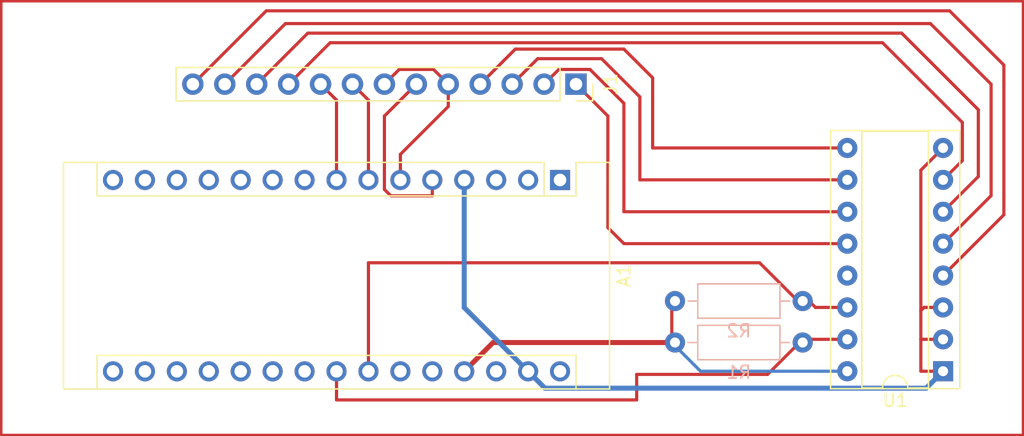
<source format=kicad_pcb>
(kicad_pcb (version 20211014) (generator pcbnew)
  (layers (0 "F.Cu" signal) (31 "B.Cu" signal) (34 "B.Paste" user) (35 "F.Paste" user) (36 "B.SilkS" user "B.Silkscreen") (37 "F.SilkS" user "F.Silkscreen") (38 "B.Mask" user) (39 "F.Mask" user) (44 "Edge.Cuts" user))
  (net 0 "")
  (net 4 "Net-(A1-Pad5)")
  (net 5 "Net-(A1-Pad6)")
  (net 6 "Net-(A1-Pad7)")
  (net 7 "Net-(A1-Pad8)")
  (net 22 "Net-(A1-Pad23)")
  (net 23 "Net-(A1-Pad24)")
  (net 28 "GND")
  (net 30 "VCC")
  (net 31 "Net-(J1-Pad13)")
  (net 32 "Net-(J1-Pad12)")
  (net 33 "Net-(J1-Pad11)")
  (net 34 "Net-(J1-Pad10)")
  (net 35 "Net-(J1-Pad4)")
  (net 36 "Net-(J1-Pad3)")
  (net 37 "Net-(J1-Pad2)")
  (net 38 "Net-(J1-Pad1)")
  (footprint "Module:Arduino_Nano_WithMountingHoles" (layer "F.Cu") (at 138.43 99.07 -90)
    (fp_text reference "A1" (at 7.62 -5.08 90) (layer "F.SilkS"))
    (fp_text value "Arduino_Nano_v2.x")
    (fp_line (start 13.97 -1.27) (end 13.97 36.83) (layer "F.SilkS") (width 0.12))
    (fp_line (start 1.27 36.83) (end -1.4 36.83) (layer "F.SilkS") (width 0.12))
    (fp_line (start 1.27 -1.27) (end -1.4 -1.27) (layer "F.SilkS") (width 0.12))
    (fp_line (start 16.64 39.5) (end 16.64 -3.94) (layer "F.SilkS") (width 0.12))
    (fp_line (start 13.97 -1.27) (end 16.64 -1.27) (layer "F.SilkS") (width 0.12))
    (fp_line (start 1.27 1.27) (end 1.27 36.83) (layer "F.SilkS") (width 0.12))
    (fp_line (start -1.4 -3.94) (end -1.4 -1.27) (layer "F.SilkS") (width 0.12))
    (fp_line (start 13.97 36.83) (end 16.64 36.83) (layer "F.SilkS") (width 0.12))
    (fp_line (start 1.27 1.27) (end -1.4 1.27) (layer "F.SilkS") (width 0.12))
    (fp_line (start -1.4 39.5) (end 16.64 39.5) (layer "F.SilkS") (width 0.12))
    (fp_line (start 16.64 -3.94) (end -1.4 -3.94) (layer "F.SilkS") (width 0.12))
    (fp_line (start 1.27 1.27) (end 1.27 -1.27) (layer "F.SilkS") (width 0.12))
    (fp_line (start -1.4 1.27) (end -1.4 39.5) (layer "F.SilkS") (width 0.12))
    (pad "" np_thru_hole circle (at 15.24 38.1 270) (size 1.78 1.78) (drill 1.78) (layers *.Cu *.Mask))
    (pad "" np_thru_hole circle (at 0 38.1 270) (size 1.78 1.78) (drill 1.78) (layers *.Cu *.Mask))
    (pad "" np_thru_hole circle (at 15.24 -2.54 270) (size 1.78 1.78) (drill 1.78) (layers *.Cu *.Mask))
    (pad "" np_thru_hole circle (at 0 -2.54 270) (size 1.78 1.78) (drill 1.78) (layers *.Cu *.Mask))
    (pad "1" thru_hole rect (at 0 0 270) (size 1.6 1.6) (drill 1) (layers *.Cu *.Mask))
    (pad "2" thru_hole oval (at 0 2.54 270) (size 1.6 1.6) (drill 1) (layers *.Cu *.Mask))
    (pad "3" thru_hole oval (at 0 5.08 270) (size 1.6 1.6) (drill 1) (layers *.Cu *.Mask))
    (pad "4" thru_hole oval (at 0 7.62 270) (size 1.6 1.6) (drill 1) (layers *.Cu *.Mask) (net 28 "GND"))
    (pad "5" thru_hole oval (at 0 10.16 270) (size 1.6 1.6) (drill 1) (layers *.Cu *.Mask) (net 4 "Net-(A1-Pad5)"))
    (pad "6" thru_hole oval (at 0 12.7 270) (size 1.6 1.6) (drill 1) (layers *.Cu *.Mask) (net 5 "Net-(A1-Pad6)"))
    (pad "7" thru_hole oval (at 0 15.24 270) (size 1.6 1.6) (drill 1) (layers *.Cu *.Mask) (net 6 "Net-(A1-Pad7)"))
    (pad "8" thru_hole oval (at 0 17.78 270) (size 1.6 1.6) (drill 1) (layers *.Cu *.Mask) (net 7 "Net-(A1-Pad8)"))
    (pad "9" thru_hole oval (at 0 20.32 270) (size 1.6 1.6) (drill 1) (layers *.Cu *.Mask))
    (pad "10" thru_hole oval (at 0 22.86 270) (size 1.6 1.6) (drill 1) (layers *.Cu *.Mask))
    (pad "11" thru_hole oval (at 0 25.4 270) (size 1.6 1.6) (drill 1) (layers *.Cu *.Mask))
    (pad "12" thru_hole oval (at 0 27.94 270) (size 1.6 1.6) (drill 1) (layers *.Cu *.Mask))
    (pad "13" thru_hole oval (at 0 30.48 270) (size 1.6 1.6) (drill 1) (layers *.Cu *.Mask))
    (pad "14" thru_hole oval (at 0 33.02 270) (size 1.6 1.6) (drill 1) (layers *.Cu *.Mask))
    (pad "15" thru_hole oval (at 0 35.56 270) (size 1.6 1.6) (drill 1) (layers *.Cu *.Mask))
    (pad "16" thru_hole oval (at 15.24 35.56 270) (size 1.6 1.6) (drill 1) (layers *.Cu *.Mask))
    (pad "17" thru_hole oval (at 15.24 33.02 270) (size 1.6 1.6) (drill 1) (layers *.Cu *.Mask))
    (pad "18" thru_hole oval (at 15.24 30.48 270) (size 1.6 1.6) (drill 1) (layers *.Cu *.Mask))
    (pad "19" thru_hole oval (at 15.24 27.94 270) (size 1.6 1.6) (drill 1) (layers *.Cu *.Mask))
    (pad "20" thru_hole oval (at 15.24 25.4 270) (size 1.6 1.6) (drill 1) (layers *.Cu *.Mask))
    (pad "21" thru_hole oval (at 15.24 22.86 270) (size 1.6 1.6) (drill 1) (layers *.Cu *.Mask))
    (pad "22" thru_hole oval (at 15.24 20.32 270) (size 1.6 1.6) (drill 1) (layers *.Cu *.Mask))
    (pad "23" thru_hole oval (at 15.24 17.78 270) (size 1.6 1.6) (drill 1) (layers *.Cu *.Mask) (net 22 "Net-(A1-Pad23)"))
    (pad "24" thru_hole oval (at 15.24 15.24 270) (size 1.6 1.6) (drill 1) (layers *.Cu *.Mask) (net 23 "Net-(A1-Pad24)"))
    (pad "25" thru_hole oval (at 15.24 12.7 270) (size 1.6 1.6) (drill 1) (layers *.Cu *.Mask))
    (pad "26" thru_hole oval (at 15.24 10.16 270) (size 1.6 1.6) (drill 1) (layers *.Cu *.Mask))
    (pad "27" thru_hole oval (at 15.24 7.62 270) (size 1.6 1.6) (drill 1) (layers *.Cu *.Mask) (net 30 "VCC"))
    (pad "28" thru_hole oval (at 15.24 5.08 270) (size 1.6 1.6) (drill 1) (layers *.Cu *.Mask))
    (pad "29" thru_hole oval (at 15.24 2.54 270) (size 1.6 1.6) (drill 1) (layers *.Cu *.Mask) (net 28 "GND"))
    (pad "30" thru_hole oval (at 15.24 0 270) (size 1.6 1.6) (drill 1) (layers *.Cu *.Mask))
  )
  (footprint "Package_DIP:DIP-16_W7.62mm_Socket" (layer "F.Cu") (at 168.9 114.3 180)
    (fp_text reference "U1" (at 3.81 -2.33) (layer "F.SilkS"))
    (fp_text value "PCF8574A")
    (fp_line (start 6.46 -1.33) (end 4.81 -1.33) (layer "F.SilkS") (width 0.12))
    (fp_line (start 8.95 19.17) (end 8.95 -1.39) (layer "F.SilkS") (width 0.12))
    (fp_line (start 1.16 -1.33) (end 1.16 19.11) (layer "F.SilkS") (width 0.12))
    (fp_line (start 2.81 -1.33) (end 1.16 -1.33) (layer "F.SilkS") (width 0.12))
    (fp_line (start 1.16 19.11) (end 6.46 19.11) (layer "F.SilkS") (width 0.12))
    (fp_line (start -1.33 -1.39) (end -1.33 19.17) (layer "F.SilkS") (width 0.12))
    (fp_line (start 8.95 -1.39) (end -1.33 -1.39) (layer "F.SilkS") (width 0.12))
    (fp_line (start -1.33 19.17) (end 8.95 19.17) (layer "F.SilkS") (width 0.12))
    (fp_line (start 6.46 19.11) (end 6.46 -1.33) (layer "F.SilkS") (width 0.12))
    (fp_arc (start 4.81 -1.33) (mid 3.81 -0.33) (end 2.81 -1.33) (layer "F.SilkS") (width 0.12))
    (pad "1" thru_hole rect (at 0 0 180) (size 1.6 1.6) (drill 0.8) (layers *.Cu *.Mask) (net 28 "GND"))
    (pad "2" thru_hole oval (at 0 2.54 180) (size 1.6 1.6) (drill 0.8) (layers *.Cu *.Mask) (net 28 "GND"))
    (pad "3" thru_hole oval (at 0 5.08 180) (size 1.6 1.6) (drill 0.8) (layers *.Cu *.Mask) (net 28 "GND"))
    (pad "4" thru_hole oval (at 0 7.62 180) (size 1.6 1.6) (drill 0.8) (layers *.Cu *.Mask) (net 31 "Net-(J1-Pad13)"))
    (pad "5" thru_hole oval (at 0 10.16 180) (size 1.6 1.6) (drill 0.8) (layers *.Cu *.Mask) (net 32 "Net-(J1-Pad12)"))
    (pad "6" thru_hole oval (at 0 12.7 180) (size 1.6 1.6) (drill 0.8) (layers *.Cu *.Mask) (net 33 "Net-(J1-Pad11)"))
    (pad "7" thru_hole oval (at 0 15.24 180) (size 1.6 1.6) (drill 0.8) (layers *.Cu *.Mask) (net 34 "Net-(J1-Pad10)"))
    (pad "8" thru_hole oval (at 0 17.78 180) (size 1.6 1.6) (drill 0.8) (layers *.Cu *.Mask) (net 28 "GND"))
    (pad "9" thru_hole oval (at 7.62 17.78 180) (size 1.6 1.6) (drill 0.8) (layers *.Cu *.Mask) (net 35 "Net-(J1-Pad4)"))
    (pad "10" thru_hole oval (at 7.62 15.24 180) (size 1.6 1.6) (drill 0.8) (layers *.Cu *.Mask) (net 36 "Net-(J1-Pad3)"))
    (pad "11" thru_hole oval (at 7.62 12.7 180) (size 1.6 1.6) (drill 0.8) (layers *.Cu *.Mask) (net 37 "Net-(J1-Pad2)"))
    (pad "12" thru_hole oval (at 7.62 10.16 180) (size 1.6 1.6) (drill 0.8) (layers *.Cu *.Mask) (net 38 "Net-(J1-Pad1)"))
    (pad "13" thru_hole oval (at 7.62 7.62 180) (size 1.6 1.6) (drill 0.8) (layers *.Cu *.Mask))
    (pad "14" thru_hole oval (at 7.62 5.08 180) (size 1.6 1.6) (drill 0.8) (layers *.Cu *.Mask) (net 23 "Net-(A1-Pad24)"))
    (pad "15" thru_hole oval (at 7.62 2.54 180) (size 1.6 1.6) (drill 0.8) (layers *.Cu *.Mask) (net 22 "Net-(A1-Pad23)"))
    (pad "16" thru_hole oval (at 7.62 0 180) (size 1.6 1.6) (drill 0.8) (layers *.Cu *.Mask) (net 30 "VCC"))
  )
  (footprint "Connector_PinSocket_2.54mm:PinSocket_1x13_P2.54mm_Vertical" (layer "F.Cu") (at 139.7 91.44 -90)
    (fp_text reference "J1" (at 0 -2.77 90) (layer "F.SilkS"))
    (fp_text value "Conn_01x13")
    (fp_line (start -1.33 31.81) (end 1.33 31.81) (layer "F.SilkS") (width 0.12))
    (fp_line (start 0 -1.33) (end 1.33 -1.33) (layer "F.SilkS") (width 0.12))
    (fp_line (start 1.33 1.27) (end 1.33 31.81) (layer "F.SilkS") (width 0.12))
    (fp_line (start -1.33 1.27) (end 1.33 1.27) (layer "F.SilkS") (width 0.12))
    (fp_line (start -1.33 1.27) (end -1.33 31.81) (layer "F.SilkS") (width 0.12))
    (fp_line (start 1.33 -1.33) (end 1.33 0) (layer "F.SilkS") (width 0.12))
    (pad "1" thru_hole rect (at 0 0 270) (size 1.7 1.7) (drill 1) (layers *.Cu *.Mask) (net 38 "Net-(J1-Pad1)"))
    (pad "2" thru_hole oval (at 0 2.54 270) (size 1.7 1.7) (drill 1) (layers *.Cu *.Mask) (net 37 "Net-(J1-Pad2)"))
    (pad "3" thru_hole oval (at 0 5.08 270) (size 1.7 1.7) (drill 1) (layers *.Cu *.Mask) (net 36 "Net-(J1-Pad3)"))
    (pad "4" thru_hole oval (at 0 7.62 270) (size 1.7 1.7) (drill 1) (layers *.Cu *.Mask) (net 35 "Net-(J1-Pad4)"))
    (pad "5" thru_hole oval (at 0 10.16 270) (size 1.7 1.7) (drill 1) (layers *.Cu *.Mask) (net 5 "Net-(A1-Pad6)"))
    (pad "6" thru_hole oval (at 0 12.7 270) (size 1.7 1.7) (drill 1) (layers *.Cu *.Mask) (net 4 "Net-(A1-Pad5)"))
    (pad "7" thru_hole oval (at 0 15.24 270) (size 1.7 1.7) (drill 1) (layers *.Cu *.Mask) (net 5 "Net-(A1-Pad6)"))
    (pad "8" thru_hole oval (at 0 17.78 270) (size 1.7 1.7) (drill 1) (layers *.Cu *.Mask) (net 6 "Net-(A1-Pad7)"))
    (pad "9" thru_hole oval (at 0 20.32 270) (size 1.7 1.7) (drill 1) (layers *.Cu *.Mask) (net 7 "Net-(A1-Pad8)"))
    (pad "10" thru_hole oval (at 0 22.86 270) (size 1.7 1.7) (drill 1) (layers *.Cu *.Mask) (net 34 "Net-(J1-Pad10)"))
    (pad "11" thru_hole oval (at 0 25.4 270) (size 1.7 1.7) (drill 1) (layers *.Cu *.Mask) (net 33 "Net-(J1-Pad11)"))
    (pad "12" thru_hole oval (at 0 27.94 270) (size 1.7 1.7) (drill 1) (layers *.Cu *.Mask) (net 32 "Net-(J1-Pad12)"))
    (pad "13" thru_hole oval (at 0 30.48 270) (size 1.7 1.7) (drill 1) (layers *.Cu *.Mask) (net 31 "Net-(J1-Pad13)"))
  )
  (footprint "Resistor_THT:R_Axial_DIN0207_L6.3mm_D2.5mm_P10.16mm_Horizontal" (layer "B.Cu") (at 147.574 108.712)
    (fp_text reference "R2" (at 5.08 2.37) (layer "B.SilkS") (effects (justify mirror)))
    (fp_text value "10K")
    (fp_line (start 9.12 0) (end 8.35 0) (layer "B.SilkS") (width 0.12))
    (fp_line (start 1.81 -1.37) (end 8.35 -1.37) (layer "B.SilkS") (width 0.12))
    (fp_line (start 8.35 -1.37) (end 8.35 1.37) (layer "B.SilkS") (width 0.12))
    (fp_line (start 1.81 1.37) (end 1.81 -1.37) (layer "B.SilkS") (width 0.12))
    (fp_line (start 1.04 0) (end 1.81 0) (layer "B.SilkS") (width 0.12))
    (fp_line (start 8.35 1.37) (end 1.81 1.37) (layer "B.SilkS") (width 0.12))
    (pad "1" thru_hole circle (at 0 0) (size 1.6 1.6) (drill 0.8) (layers *.Cu *.Mask) (net 30 "VCC"))
    (pad "2" thru_hole oval (at 10.16 0) (size 1.6 1.6) (drill 0.8) (layers *.Cu *.Mask) (net 23 "Net-(A1-Pad24)"))
  )
  (footprint "Resistor_THT:R_Axial_DIN0207_L6.3mm_D2.5mm_P10.16mm_Horizontal" (layer "B.Cu") (at 147.574 112.014)
    (fp_text reference "R1" (at 5.08 2.37) (layer "B.SilkS") (effects (justify mirror)))
    (fp_text value "10K")
    (fp_line (start 8.35 -1.37) (end 8.35 1.37) (layer "B.SilkS") (width 0.12))
    (fp_line (start 1.81 1.37) (end 1.81 -1.37) (layer "B.SilkS") (width 0.12))
    (fp_line (start 8.35 1.37) (end 1.81 1.37) (layer "B.SilkS") (width 0.12))
    (fp_line (start 1.04 0) (end 1.81 0) (layer "B.SilkS") (width 0.12))
    (fp_line (start 1.81 -1.37) (end 8.35 -1.37) (layer "B.SilkS") (width 0.12))
    (fp_line (start 9.12 0) (end 8.35 0) (layer "B.SilkS") (width 0.12))
    (pad "1" thru_hole circle (at 0 0) (size 1.6 1.6) (drill 0.8) (layers *.Cu *.Mask) (net 30 "VCC"))
    (pad "2" thru_hole oval (at 10.16 0) (size 1.6 1.6) (drill 0.8) (layers *.Cu *.Mask) (net 22 "Net-(A1-Pad23)"))
  )
  (gr_rect (start 93.98 84.836) (end 175.26 119.38) (layer "F.Cu") (width 0.2) (fill none))
  (segment (start 127 91.44) (end 124.46 93.98) (width 0.25) (layer "F.Cu") (net 4))
  (segment (start 124.968 100.33) (end 128.27 100.33) (width 0.25) (layer "F.Cu") (net 4))
  (segment (start 124.46 99.822) (end 124.968 100.33) (width 0.25) (layer "F.Cu") (net 4))
  (segment (start 124.46 93.98) (end 124.46 99.822) (width 0.25) (layer "F.Cu") (net 4))
  (segment (start 128.27 100.33) (end 128.27 99.07) (width 0.25) (layer "F.Cu") (net 4))
  (segment (start 129.54 91.44) (end 129.54 93.218) (width 0.25) (layer "F.Cu") (net 5))
  (segment (start 125.634511 90.265489) (end 124.46 91.44) (width 0.25) (layer "F.Cu") (net 5))
  (segment (start 125.73 97.028) (end 125.73 99.07) (width 0.25) (layer "F.Cu") (net 5))
  (segment (start 129.54 91.44) (end 128.365489 90.265489) (width 0.25) (layer "F.Cu") (net 5))
  (segment (start 129.54 93.218) (end 125.73 97.028) (width 0.25) (layer "F.Cu") (net 5))
  (segment (start 128.365489 90.265489) (end 125.634511 90.265489) (width 0.25) (layer "F.Cu") (net 5))
  (segment (start 121.92 91.44) (end 123.19 92.71) (width 0.25) (layer "F.Cu") (net 6))
  (segment (start 123.19 92.71) (end 123.19 99.07) (width 0.25) (layer "F.Cu") (net 6))
  (segment (start 119.38 91.44) (end 120.65 92.71) (width 0.25) (layer "F.Cu") (net 7))
  (segment (start 120.65 92.71) (end 120.65 99.07) (width 0.25) (layer "F.Cu") (net 7))
  (segment (start 144.526 116.586) (end 144.526 114.554) (width 0.25) (layer "F.Cu") (net 22))
  (segment (start 120.65 114.31) (end 120.65 116.586) (width 0.25) (layer "F.Cu") (net 22))
  (segment (start 120.65 116.586) (end 144.526 116.586) (width 0.25) (layer "F.Cu") (net 22))
  (segment (start 157.734 111.76) (end 161.28 111.76) (width 0.25) (layer "F.Cu") (net 22))
  (segment (start 154.94 114.554) (end 157.734 111.76) (width 0.25) (layer "F.Cu") (net 22))
  (segment (start 144.526 114.554) (end 154.94 114.554) (width 0.25) (layer "F.Cu") (net 22))
  (segment (start 157.48 108.839) (end 158.369 108.839) (width 0.25) (layer "F.Cu") (net 23))
  (segment (start 158.369 108.839) (end 158.75 109.22) (width 0.25) (layer "F.Cu") (net 23))
  (segment (start 123.19 105.664) (end 154.305 105.664) (width 0.25) (layer "F.Cu") (net 23))
  (segment (start 123.19 114.31) (end 123.19 105.664) (width 0.25) (layer "F.Cu") (net 23))
  (segment (start 158.75 109.22) (end 161.28 109.22) (width 0.25) (layer "F.Cu") (net 23))
  (segment (start 154.305 105.664) (end 157.48 108.839) (width 0.25) (layer "F.Cu") (net 23))
  (segment (start 167.132 111.76) (end 167.132 114.3) (width 0.25) (layer "F.Cu") (net 28))
  (segment (start 168.9 114.3) (end 167.132 114.3) (width 0.25) (layer "F.Cu") (net 28))
  (segment (start 168.9 96.52) (end 167.132 98.288) (width 0.25) (layer "F.Cu") (net 28))
  (segment (start 168.9 109.22) (end 167.386 109.22) (width 0.25) (layer "F.Cu") (net 28))
  (segment (start 167.132 98.288) (end 167.132 109.474) (width 0.25) (layer "F.Cu") (net 28))
  (segment (start 167.386 109.22) (end 167.132 109.474) (width 0.25) (layer "F.Cu") (net 28))
  (segment (start 167.132 109.474) (end 167.132 111.76) (width 0.25) (layer "F.Cu") (net 28))
  (segment (start 168.9 111.76) (end 167.132 111.76) (width 0.25) (layer "F.Cu") (net 28))
  (segment (start 130.81 99.07) (end 130.81 109.23) (width 0.4) (layer "B.Cu") (net 28))
  (segment (start 130.81 109.23) (end 135.89 114.31) (width 0.4) (layer "B.Cu") (net 28))
  (segment (start 135.89 114.31) (end 137.229521 115.649521) (width 0.4) (layer "B.Cu") (net 28))
  (segment (start 167.550479 115.649521) (end 168.9 114.3) (width 0.4) (layer "B.Cu") (net 28))
  (segment (start 137.229521 115.649521) (end 167.550479 115.649521) (width 0.4) (layer "B.Cu") (net 28))
  (segment (start 133.106 112.014) (end 147.32 112.014) (width 0.4) (layer "F.Cu") (net 30))
  (segment (start 130.81 114.31) (end 133.106 112.014) (width 0.4) (layer "F.Cu") (net 30))
  (segment (start 147.32 112.014) (end 147.32 108.839) (width 0.25) (layer "F.Cu") (net 30))
  (segment (start 149.606 114.3) (end 161.28 114.3) (width 0.25) (layer "B.Cu") (net 30))
  (segment (start 147.32 112.014) (end 149.606 114.3) (width 0.25) (layer "B.Cu") (net 30))
  (segment (start 173.736 101.844) (end 168.9 106.68) (width 0.25) (layer "F.Cu") (net 31))
  (segment (start 173.736 89.916) (end 173.736 101.844) (width 0.25) (layer "F.Cu") (net 31))
  (segment (start 169.418 85.598) (end 173.736 89.916) (width 0.25) (layer "F.Cu") (net 31))
  (segment (start 115.062 85.598) (end 169.418 85.598) (width 0.25) (layer "F.Cu") (net 31))
  (segment (start 109.22 91.44) (end 115.062 85.598) (width 0.25) (layer "F.Cu") (net 31))
  (segment (start 167.894 86.614) (end 172.72 91.44) (width 0.25) (layer "F.Cu") (net 32))
  (segment (start 172.72 100.32) (end 168.9 104.14) (width 0.25) (layer "F.Cu") (net 32))
  (segment (start 111.76 91.44) (end 116.586 86.614) (width 0.25) (layer "F.Cu") (net 32))
  (segment (start 172.72 91.44) (end 172.72 100.32) (width 0.25) (layer "F.Cu") (net 32))
  (segment (start 116.586 86.614) (end 167.894 86.614) (width 0.25) (layer "F.Cu") (net 32))
  (segment (start 171.704 98.796) (end 168.9 101.6) (width 0.25) (layer "F.Cu") (net 33))
  (segment (start 165.608 87.376) (end 171.704 93.472) (width 0.25) (layer "F.Cu") (net 33))
  (segment (start 118.364 87.376) (end 165.608 87.376) (width 0.25) (layer "F.Cu") (net 33))
  (segment (start 171.704 93.472) (end 171.704 98.796) (width 0.25) (layer "F.Cu") (net 33))
  (segment (start 114.3 91.44) (end 118.364 87.376) (width 0.25) (layer "F.Cu") (net 33))
  (segment (start 116.84 91.44) (end 120.142 88.138) (width 0.25) (layer "F.Cu") (net 34))
  (segment (start 170.434 94.488) (end 170.434 97.526) (width 0.25) (layer "F.Cu") (net 34))
  (segment (start 120.142 88.138) (end 164.084 88.138) (width 0.25) (layer "F.Cu") (net 34))
  (segment (start 164.084 88.138) (end 170.434 94.488) (width 0.25) (layer "F.Cu") (net 34))
  (segment (start 170.434 97.526) (end 168.9 99.06) (width 0.25) (layer "F.Cu") (net 34))
  (segment (start 145.796 96.52) (end 161.28 96.52) (width 0.25) (layer "F.Cu") (net 35))
  (segment (start 134.874 88.646) (end 143.51 88.646) (width 0.25) (layer "F.Cu") (net 35))
  (segment (start 132.08 91.44) (end 134.874 88.646) (width 0.25) (layer "F.Cu") (net 35))
  (segment (start 145.796 90.932) (end 145.796 96.52) (width 0.25) (layer "F.Cu") (net 35))
  (segment (start 143.51 88.646) (end 145.796 90.932) (width 0.25) (layer "F.Cu") (net 35))
  (segment (start 141.732 89.408) (end 144.78 92.456) (width 0.25) (layer "F.Cu") (net 36))
  (segment (start 136.652 89.408) (end 141.732 89.408) (width 0.25) (layer "F.Cu") (net 36))
  (segment (start 134.62 91.44) (end 136.652 89.408) (width 0.25) (layer "F.Cu") (net 36))
  (segment (start 144.78 99.06) (end 161.28 99.06) (width 0.25) (layer "F.Cu") (net 36))
  (segment (start 144.78 92.456) (end 144.78 99.06) (width 0.25) (layer "F.Cu") (net 36))
  (segment (start 143.51 92.964) (end 143.51 101.6) (width 0.25) (layer "F.Cu") (net 37))
  (segment (start 140.811489 90.265489) (end 143.51 92.964) (width 0.25) (layer "F.Cu") (net 37))
  (segment (start 143.51 101.6) (end 161.28 101.6) (width 0.25) (layer "F.Cu") (net 37))
  (segment (start 138.334511 90.265489) (end 140.811489 90.265489) (width 0.25) (layer "F.Cu") (net 37))
  (segment (start 137.16 91.44) (end 138.334511 90.265489) (width 0.25) (layer "F.Cu") (net 37))
  (segment (start 143.51 104.14) (end 142.234521 102.864521) (width 0.25) (layer "F.Cu") (net 38))
  (segment (start 161.28 104.14) (end 143.51 104.14) (width 0.25) (layer "F.Cu") (net 38))
  (segment (start 142.234521 102.864521) (end 142.234521 93.974521) (width 0.25) (layer "F.Cu") (net 38))
  (segment (start 142.234521 93.974521) (end 139.7 91.44) (width 0.25) (layer "F.Cu") (net 38))
)
</source>
